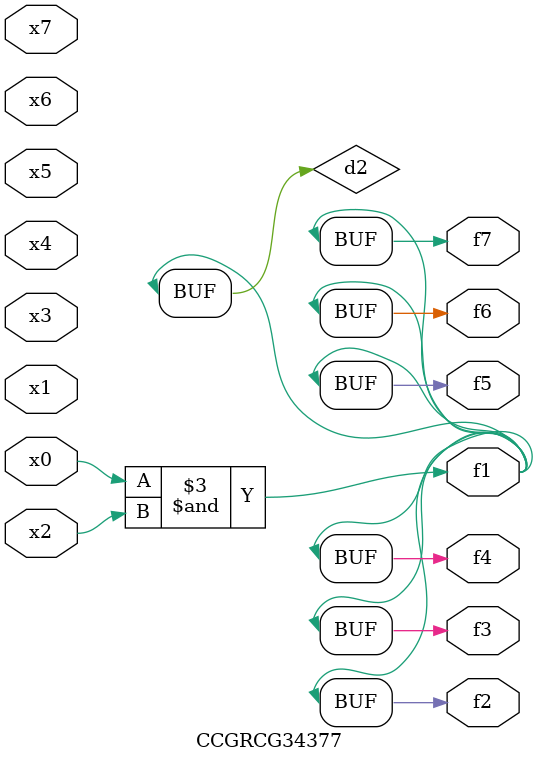
<source format=v>
module CCGRCG34377(
	input x0, x1, x2, x3, x4, x5, x6, x7,
	output f1, f2, f3, f4, f5, f6, f7
);

	wire d1, d2;

	nor (d1, x3, x6);
	and (d2, x0, x2);
	assign f1 = d2;
	assign f2 = d2;
	assign f3 = d2;
	assign f4 = d2;
	assign f5 = d2;
	assign f6 = d2;
	assign f7 = d2;
endmodule

</source>
